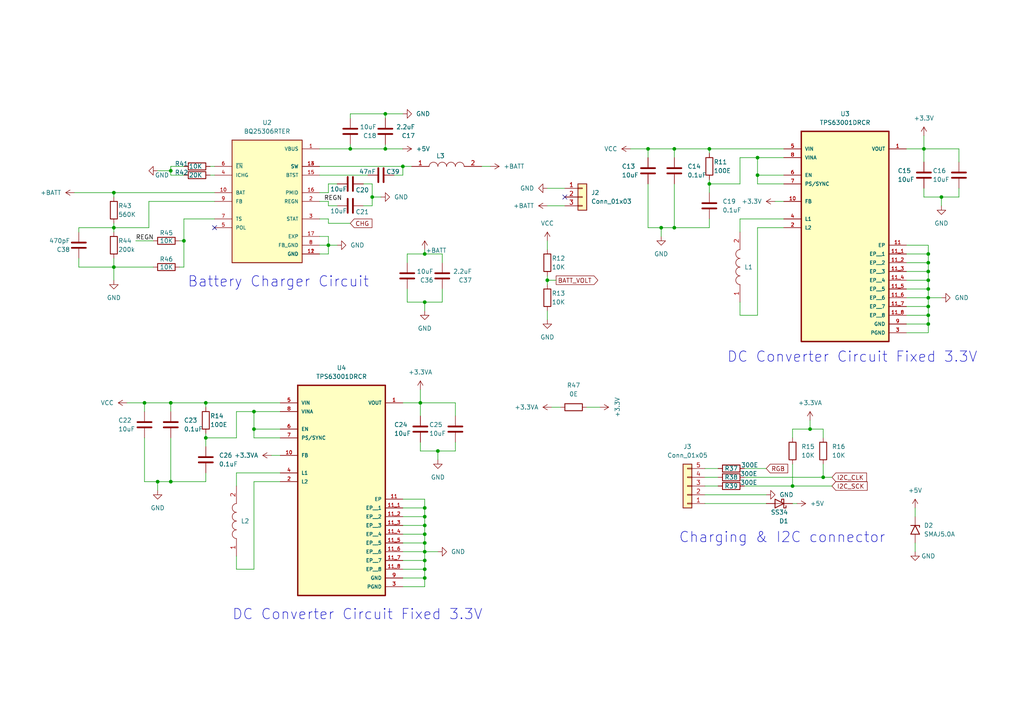
<source format=kicad_sch>
(kicad_sch (version 20250114) (generator "eeschema") (generator_version "9.0")
  (paper "A4")
  (lib_symbols
    (symbol "+5V_1" (power) (pin_numbers (hide yes)) (pin_names (offset 0) (hide yes))
      (property "Value" "+5V" (at 0 3.556 0))
      (symbol "+5V_1_0_1"
        (polyline (pts (xy -0.762 1.27) (xy 0 2.54)))
        (polyline (pts (xy 0 2.54) (xy 0.762 1.27)))
        (polyline (pts (xy 0 0) (xy 0 2.54)))
      )
      (symbol "+5V_1_1_1"
        (pin power_in line (at 0 0 90) (length 0) (name "~") (number "1"))
      )
    )
    (symbol "Connector_Generic:Conn_01x03" (pin_names (offset 1.016) (hide yes))
      (property "Reference" "J" (at 0 5.08 0))
      (property "Value" "Conn_01x03" (at 0 -5.08 0))
      (symbol "Conn_01x03_1_1"
        (rectangle (start -1.27 3.81) (end 1.27 -3.81) (stroke (width 0.254)) (fill (type background)))
        (rectangle (start -1.27 2.667) (end 0 2.413) (stroke (width 0.1524)))
        (rectangle (start -1.27 0.127) (end 0 -0.127) (stroke (width 0.1524)))
        (rectangle (start -1.27 -2.413) (end 0 -2.667) (stroke (width 0.1524)))
        (pin passive line (at -5.08 2.54 0) (length 3.81) (name "Pin_1") (number "1"))
        (pin passive line (at -5.08 0 0) (length 3.81) (name "Pin_2") (number "2"))
        (pin passive line (at -5.08 -2.54 0) (length 3.81) (name "Pin_3") (number "3"))
      )
    )
    (symbol "Connector_Generic:Conn_01x05" (pin_names (offset 1.016) (hide yes))
      (property "Reference" "J" (at 0 7.62 0))
      (property "Value" "Conn_01x05" (at 0 -7.62 0))
      (symbol "Conn_01x05_1_1"
        (rectangle (start -1.27 6.35) (end 1.27 -6.35) (stroke (width 0.254)) (fill (type background)))
        (rectangle (start -1.27 5.207) (end 0 4.953) (stroke (width 0.1524)))
        (rectangle (start -1.27 2.667) (end 0 2.413) (stroke (width 0.1524)))
        (rectangle (start -1.27 0.127) (end 0 -0.127) (stroke (width 0.1524)))
        (rectangle (start -1.27 -2.413) (end 0 -2.667) (stroke (width 0.1524)))
        (rectangle (start -1.27 -4.953) (end 0 -5.207) (stroke (width 0.1524)))
        (pin passive line (at -5.08 5.08 0) (length 3.81) (name "Pin_1") (number "1"))
        (pin passive line (at -5.08 2.54 0) (length 3.81) (name "Pin_2") (number "2"))
        (pin passive line (at -5.08 0 0) (length 3.81) (name "Pin_3") (number "3"))
        (pin passive line (at -5.08 -2.54 0) (length 3.81) (name "Pin_4") (number "4"))
        (pin passive line (at -5.08 -5.08 0) (length 3.81) (name "Pin_5") (number "5"))
      )
    )
    (symbol "Device:C" (pin_numbers (hide yes)) (pin_names (offset 0.254))
      (property "Reference" "C" (at 0.635 2.54 0))
      (property "Value" "C" (at 0.635 -2.54 0))
      (symbol "C_0_1"
        (polyline (pts (xy -2.032 0.762) (xy 2.032 0.762)) (stroke (width 0.508)))
        (polyline (pts (xy -2.032 -0.762) (xy 2.032 -0.762)) (stroke (width 0.508)))
      )
      (symbol "C_1_1"
        (pin passive line (at 0 3.81 270) (length 2.794) (name "~") (number "1"))
        (pin passive line (at 0 -3.81 90) (length 2.794) (name "~") (number "2"))
      )
    )
    (symbol "Device:D_Schottky" (pin_numbers (hide yes)) (pin_names (offset 1.016) (hide yes))
      (property "Reference" "D" (at 0 2.54 0))
      (property "Value" "D_Schottky" (at 0 -2.54 0))
      (symbol "D_Schottky_0_1"
        (polyline (pts (xy -1.905 0.635) (xy -1.905 1.27) (xy -1.27 1.27) (xy -1.27 -1.27) (xy -0.635 -1.27) (xy -0.635 -0.635)) (stroke (width 0.254)))
        (polyline (pts (xy 1.27 1.27) (xy 1.27 -1.27) (xy -1.27 0) (xy 1.27 1.27)) (stroke (width 0.254)))
        (polyline (pts (xy 1.27 0) (xy -1.27 0)))
      )
      (symbol "D_Schottky_1_1"
        (pin passive line (at -3.81 0 0) (length 2.54) (name "K") (number "1"))
        (pin passive line (at 3.81 0 180) (length 2.54) (name "A") (number "2"))
      )
    )
    (symbol "Device:R" (pin_numbers (hide yes)) (pin_names (offset 0))
      (property "Reference" "R" (at 2.032 0 90))
      (property "Value" "R" (at 0 0 90))
      (symbol "R_0_1"
        (rectangle (start -1.016 -2.54) (end 1.016 2.54) (stroke (width 0.254)))
      )
      (symbol "R_1_1"
        (pin passive line (at 0 3.81 270) (length 1.27) (name "~") (number "1"))
        (pin passive line (at 0 -3.81 90) (length 1.27) (name "~") (number "2"))
      )
    )
    (symbol "Diode:SMAJ5.0A" (pin_numbers (hide yes)) (pin_names (offset 1.016) (hide yes))
      (property "Reference" "D" (at 0 2.54 0))
      (property "Value" "SMAJ5.0A" (at 0 -2.54 0))
      (symbol "SMAJ5.0A_0_1"
        (polyline (pts (xy -0.762 1.27) (xy -1.27 1.27) (xy -1.27 -1.27)) (stroke (width 0.254)))
        (polyline (pts (xy 1.27 1.27) (xy 1.27 -1.27) (xy -1.27 0) (xy 1.27 1.27)) (stroke (width 0.254)))
      )
      (symbol "SMAJ5.0A_1_1"
        (pin passive line (at -3.81 0 0) (length 2.54) (name "A1") (number "1"))
        (pin passive line (at 3.81 0 180) (length 2.54) (name "A2") (number "2"))
      )
    )
    (symbol "Dotworld:BQ25306RTER" (pin_names (offset 1.016))
      (property "Reference" "U" (at -10.16 18.542 0))
      (property "Value" "BQ25306RTER" (at -10.16 -20.32 0))
      (symbol "BQ25306RTER_0_0"
        (rectangle (start -10.16 17.78) (end 10.16 -17.78) (stroke (width 0.254)) (fill (type background)))
        (pin input line (at -15.24 10.16 0) (length 5.08) (name "~{EN}") (number "6"))
        (pin input line (at -15.24 7.62 0) (length 5.08) (name "ICHG") (number "4"))
        (pin input line (at -15.24 2.54 0) (length 5.08) (name "BAT") (number "10"))
        (pin input line (at -15.24 0 0) (length 5.08) (name "FB") (number "9"))
        (pin input line (at -15.24 -5.08 0) (length 5.08) (name "TS") (number "7"))
        (pin input line (at -15.24 -7.62 0) (length 5.08) (name "POL") (number "5"))
        (pin power_in line (at 15.24 15.24 180) (length 5.08) (name "VBUS") (number "1"))
        (pin output line (at 15.24 10.16 180) (length 5.08) (name "SW") (number "13"))
        (pin output line (at 15.24 10.16 180) (length 5.08) (name "SW") (number "14"))
        (pin output line (at 15.24 7.62 180) (length 5.08) (name "BTST") (number "15"))
        (pin output line (at 15.24 2.54 180) (length 5.08) (name "PMID") (number "16"))
        (pin output line (at 15.24 0 180) (length 5.08) (name "REGN") (number "2"))
        (pin output line (at 15.24 -5.08 180) (length 5.08) (name "STAT") (number "3"))
        (pin power_in line (at 15.24 -10.16 180) (length 5.08) (name "EXP") (number "17"))
        (pin power_in line (at 15.24 -12.7 180) (length 5.08) (name "FB_GND") (number "8"))
        (pin power_in line (at 15.24 -15.24 180) (length 5.08) (name "GND") (number "11"))
        (pin power_in line (at 15.24 -15.24 180) (length 5.08) (name "GND") (number "12"))
      )
    )
    (symbol "Dotworld:TPS63000DRCR" (pin_names (offset 1.016))
      (property "Reference" "U" (at -12.6278 20.8063 0))
      (property "Value" "TPS63000DRCR" (at -12.8025 -43.1601 0))
      (symbol "TPS63000DRCR_0_0"
        (rectangle (start -12.7 -40.64) (end 12.7 20.32) (stroke (width 0.4064)) (fill (type background)))
        (pin input line (at -17.78 15.24 0) (length 5.08) (name "VIN") (number "5"))
        (pin input line (at -17.78 12.7 0) (length 5.08) (name "VINA") (number "8"))
        (pin input line (at -17.78 7.62 0) (length 5.08) (name "EN") (number "6"))
        (pin input line (at -17.78 5.08 0) (length 5.08) (name "PS/SYNC") (number "7"))
        (pin input line (at -17.78 0 0) (length 5.08) (name "FB") (number "10"))
        (pin input line (at -17.78 -5.08 0) (length 5.08) (name "L1") (number "4"))
        (pin input line (at -17.78 -7.62 0) (length 5.08) (name "L2") (number "2"))
        (pin output line (at 17.78 15.24 180) (length 5.08) (name "VOUT") (number "1"))
        (pin power_in line (at 17.78 -12.7 180) (length 5.08) (name "EP") (number "11"))
        (pin power_in line (at 17.78 -15.24 180) (length 5.08) (name "EP__1") (number "11_1"))
        (pin power_in line (at 17.78 -17.78 180) (length 5.08) (name "EP__2") (number "11_2"))
        (pin power_in line (at 17.78 -20.32 180) (length 5.08) (name "EP__3") (number "11_3"))
        (pin power_in line (at 17.78 -22.86 180) (length 5.08) (name "EP__4") (number "11_4"))
        (pin power_in line (at 17.78 -25.4 180) (length 5.08) (name "EP__5") (number "11_5"))
        (pin power_in line (at 17.78 -27.94 180) (length 5.08) (name "EP__6") (number "11_6"))
        (pin power_in line (at 17.78 -30.48 180) (length 5.08) (name "EP__7") (number "11_7"))
        (pin power_in line (at 17.78 -33.02 180) (length 5.08) (name "EP__8") (number "11_8"))
        (pin power_in line (at 17.78 -35.56 180) (length 5.08) (name "GND") (number "9"))
        (pin power_in line (at 17.78 -38.1 180) (length 5.08) (name "PGND") (number "3"))
      )
    )
    (symbol "GND_1" (power) (pin_numbers (hide yes)) (pin_names (offset 0) (hide yes))
      (property "Value" "GND" (at 0 -3.81 0))
      (symbol "GND_1_0_1"
        (polyline (pts (xy 0 0) (xy 0 -1.27) (xy 1.27 -1.27) (xy 0 -2.54) (xy -1.27 -1.27) (xy 0 -1.27)))
      )
      (symbol "GND_1_1_1"
        (pin power_in line (at 0 0 270) (length 0) (name "~") (number "1"))
      )
    )
    (symbol "Symbols:SRN8040-100M_INDUC" (pin_names (offset 0.762))
      (property "Reference" "L" (at 16.51 6.35 0))
      (symbol "SRN8040-100M_INDUC_0_0"
        (pin passive line (at -10.16 0 0) (length 5.08) (name "~") (number "1"))
        (pin passive line (at 10.16 0 180) (length 5.08) (name "~") (number "2"))
      )
      (symbol "SRN8040-100M_INDUC_0_1"
        (arc (start -5.08 0) (mid -3.81 1.2202) (end -2.54 0) (stroke (width 0.1524)))
        (arc (start -2.54 0) (mid -1.27 1.2202) (end 0 0) (stroke (width 0.1524)))
        (arc (start 0 0) (mid 1.27 1.2202) (end 2.54 0) (stroke (width 0.1524)))
        (arc (start 2.54 0) (mid 3.81 1.2202) (end 5.08 0) (stroke (width 0.1524)))
      )
    )
    (symbol "VCC_1" (power) (pin_names (offset 0))
      (property "Value" "VCC_1" (at 0 3.81 0))
      (symbol "VCC_1_0_1"
        (polyline (pts (xy -0.762 1.27) (xy 0 2.54)))
        (polyline (pts (xy 0 2.54) (xy 0.762 1.27)))
        (polyline (pts (xy 0 0) (xy 0 2.54)))
      )
      (symbol "VCC_1_1_1"
        (pin power_in line (at 0 0 90) (length 0) (hide yes) (name "VCC") (number "1"))
      )
    )
    (symbol "power:+3.3V" (power) (pin_names (offset 0))
      (property "Value" "+3.3V" (at 0 3.556 0))
      (symbol "+3.3V_0_1"
        (polyline (pts (xy -0.762 1.27) (xy 0 2.54)))
        (polyline (pts (xy 0 2.54) (xy 0.762 1.27)))
        (polyline (pts (xy 0 0) (xy 0 2.54)))
      )
      (symbol "+3.3V_1_1"
        (pin power_in line (at 0 0 90) (length 0) (hide yes) (name "+3.3V") (number "1"))
      )
    )
    (symbol "power:+3.3VA" (power) (pin_names (offset 0))
      (property "Value" "+3.3VA" (at 0 3.556 0))
      (symbol "+3.3VA_0_1"
        (polyline (pts (xy -0.762 1.27) (xy 0 2.54)))
        (polyline (pts (xy 0 2.54) (xy 0.762 1.27)))
        (polyline (pts (xy 0 0) (xy 0 2.54)))
      )
      (symbol "+3.3VA_1_1"
        (pin power_in line (at 0 0 90) (length 0) (hide yes) (name "+3.3VA") (number "1"))
      )
    )
    (symbol "power:+5V" (power) (pin_names (offset 0))
      (property "Value" "+5V" (at 0 3.556 0))
      (symbol "+5V_0_1"
        (polyline (pts (xy -0.762 1.27) (xy 0 2.54)))
        (polyline (pts (xy 0 2.54) (xy 0.762 1.27)))
        (polyline (pts (xy 0 0) (xy 0 2.54)))
      )
      (symbol "+5V_1_1"
        (pin power_in line (at 0 0 90) (length 0) (hide yes) (name "+5V") (number "1"))
      )
    )
    (symbol "power:+BATT" (power) (pin_names (offset 0))
      (property "Value" "+BATT" (at 0 3.556 0))
      (symbol "+BATT_0_1"
        (polyline (pts (xy -0.762 1.27) (xy 0 2.54)))
        (polyline (pts (xy 0 2.54) (xy 0.762 1.27)))
        (polyline (pts (xy 0 0) (xy 0 2.54)))
      )
      (symbol "+BATT_1_1"
        (pin power_in line (at 0 0 90) (length 0) (hide yes) (name "+BATT") (number "1"))
      )
    )
    (symbol "power:GND" (power) (pin_names (offset 0))
      (property "Value" "GND" (at 0 -3.81 0))
      (symbol "GND_0_1"
        (polyline (pts (xy 0 0) (xy 0 -1.27) (xy 1.27 -1.27) (xy 0 -2.54) (xy -1.27 -1.27) (xy 0 -1.27)))
      )
      (symbol "GND_1_1"
        (pin power_in line (at 0 0 270) (length 0) (hide yes) (name "GND") (number "1"))
      )
    )
    (symbol "power:VCC" (power) (pin_names (offset 0))
      (property "Value" "VCC" (at 0 3.81 0))
      (symbol "VCC_0_1"
        (polyline (pts (xy -0.762 1.27) (xy 0 2.54)))
        (polyline (pts (xy 0 2.54) (xy 0.762 1.27)))
        (polyline (pts (xy 0 0) (xy 0 2.54)))
      )
      (symbol "VCC_1_1"
        (pin power_in line (at 0 0 90) (length 0) (hide yes) (name "VCC") (number "1"))
      )
    )
  )
  (text "Charging & I2C connector\n" (at 196.85 157.734 0) (effects (font (size 3 3)) (justify left bottom)))
  (text "DC Converter Circuit Fixed 3.3V\n\n" (at 210.82 110.236 0) (effects (font (size 3 3)) (justify left bottom)))
  (text "DC Converter Circuit Fixed 3.3V\n\n" (at 67.31 184.912 0) (effects (font (size 3 3)) (justify left bottom)))
  (text "Battery Charger Circuit\n" (at 54.356 83.566 0) (effects (font (size 3 3)) (justify left bottom)))
  (junction (at 73.66 119.38))
  (junction (at 111.76 33.02))
  (junction (at 101.6 43.18))
  (junction (at 123.19 87.63))
  (junction (at 229.87 140.97))
  (junction (at 127 130.81))
  (junction (at 49.53 139.7))
  (junction (at 269.24 81.28))
  (junction (at 123.19 147.32))
  (junction (at 205.74 53.34))
  (junction (at 195.58 43.18))
  (junction (at 195.58 66.04))
  (junction (at 59.69 127))
  (junction (at 219.71 50.8))
  (junction (at 269.24 88.9))
  (junction (at 205.74 43.18))
  (junction (at 123.19 160.02))
  (junction (at 107.95 57.15))
  (junction (at 273.05 57.15))
  (junction (at 49.53 116.84))
  (junction (at 238.76 138.43))
  (junction (at 187.96 43.18))
  (junction (at 123.19 167.64))
  (junction (at 33.02 55.88))
  (junction (at 41.91 116.84))
  (junction (at 123.19 73.66))
  (junction (at 269.24 93.98))
  (junction (at 111.76 43.18))
  (junction (at 123.19 157.48))
  (junction (at 269.24 83.82))
  (junction (at 121.92 116.84))
  (junction (at 269.24 91.44))
  (junction (at 234.95 124.46))
  (junction (at 45.72 139.7))
  (junction (at 123.19 165.1))
  (junction (at 59.69 116.84))
  (junction (at 123.19 154.94))
  (junction (at 116.84 48.26))
  (junction (at 123.19 152.4))
  (junction (at 158.75 81.28))
  (junction (at 33.02 66.04))
  (junction (at 267.97 43.18))
  (junction (at 219.71 45.72))
  (junction (at 33.02 77.47))
  (junction (at 53.34 69.85))
  (junction (at 73.66 124.46))
  (junction (at 49.53 49.53))
  (junction (at 123.19 162.56))
  (junction (at 95.25 71.12))
  (junction (at 123.19 149.86))
  (junction (at 269.24 76.2))
  (junction (at 191.77 66.04))
  (junction (at 269.24 86.36))
  (junction (at 269.24 73.66))
  (junction (at 269.24 78.74))
  (no_connect (at 62.23 66.04))
  (no_connect (at 163.83 57.15))
  (wire (pts (xy 49.53 139.7) (xy 49.53 127)))
  (wire (pts (xy 269.24 71.12) (xy 269.24 73.66)))
  (wire (pts (xy 116.84 154.94) (xy 123.19 154.94)))
  (wire (pts (xy 123.19 162.56) (xy 123.19 165.1)))
  (wire (pts (xy 92.71 63.5) (xy 95.25 63.5)))
  (wire (pts (xy 21.59 55.88) (xy 33.02 55.88)))
  (wire (pts (xy 59.69 116.84) (xy 59.69 118.11)))
  (wire (pts (xy 53.34 63.5) (xy 53.34 69.85)))
  (wire (pts (xy 92.71 43.18) (xy 101.6 43.18)))
  (wire (pts (xy 269.24 88.9) (xy 269.24 91.44)))
  (wire (pts (xy 49.53 116.84) (xy 49.53 119.38)))
  (wire (pts (xy 43.18 66.04) (xy 43.18 58.42)))
  (wire (pts (xy 187.96 66.04) (xy 191.77 66.04)))
  (wire (pts (xy 101.6 41.91) (xy 101.6 43.18)))
  (wire (pts (xy 92.71 68.58) (xy 95.25 68.58)))
  (wire (pts (xy 214.63 63.5) (xy 227.33 63.5)))
  (wire (pts (xy 128.27 76.2) (xy 128.27 73.66)))
  (wire (pts (xy 262.89 81.28) (xy 269.24 81.28)))
  (wire (pts (xy 116.84 160.02) (xy 123.19 160.02)))
  (wire (pts (xy 33.02 64.77) (xy 33.02 66.04)))
  (wire (pts (xy 123.19 72.39) (xy 123.19 73.66)))
  (wire (pts (xy 205.74 43.18) (xy 227.33 43.18)))
  (wire (pts (xy 269.24 81.28) (xy 269.24 83.82)))
  (wire (pts (xy 158.75 54.61) (xy 163.83 54.61)))
  (wire (pts (xy 187.96 53.34) (xy 187.96 66.04)))
  (wire (pts (xy 262.89 43.18) (xy 267.97 43.18)))
  (wire (pts (xy 101.6 34.29) (xy 101.6 33.02)))
  (wire (pts (xy 128.27 73.66) (xy 123.19 73.66)))
  (wire (pts (xy 123.19 154.94) (xy 123.19 157.48)))
  (wire (pts (xy 160.02 118.11) (xy 162.56 118.11)))
  (wire (pts (xy 123.19 152.4) (xy 123.19 154.94)))
  (wire (pts (xy 123.19 160.02) (xy 123.19 162.56)))
  (wire (pts (xy 33.02 55.88) (xy 62.23 55.88)))
  (wire (pts (xy 73.66 124.46) (xy 73.66 127)))
  (wire (pts (xy 92.71 48.26) (xy 116.84 48.26)))
  (wire (pts (xy 262.89 73.66) (xy 269.24 73.66)))
  (wire (pts (xy 121.92 113.03) (xy 121.92 116.84)))
  (wire (pts (xy 123.19 167.64) (xy 123.19 170.18)))
  (wire (pts (xy 123.19 165.1) (xy 123.19 167.64)))
  (wire (pts (xy 267.97 54.61) (xy 267.97 57.15)))
  (wire (pts (xy 173.99 118.11) (xy 170.18 118.11)))
  (wire (pts (xy 269.24 93.98) (xy 269.24 96.52)))
  (wire (pts (xy 195.58 66.04) (xy 195.58 53.34)))
  (wire (pts (xy 238.76 134.62) (xy 238.76 138.43)))
  (wire (pts (xy 267.97 39.37) (xy 267.97 43.18)))
  (wire (pts (xy 273.05 57.15) (xy 273.05 59.69)))
  (wire (pts (xy 214.63 67.31) (xy 214.63 63.5)))
  (wire (pts (xy 116.84 149.86) (xy 123.19 149.86)))
  (wire (pts (xy 95.25 63.5) (xy 95.25 64.77)))
  (wire (pts (xy 158.75 81.28) (xy 161.29 81.28)))
  (wire (pts (xy 238.76 138.43) (xy 241.3 138.43)))
  (wire (pts (xy 111.76 43.18) (xy 111.76 41.91)))
  (wire (pts (xy 95.25 71.12) (xy 95.25 73.66)))
  (wire (pts (xy 49.53 116.84) (xy 59.69 116.84)))
  (wire (pts (xy 73.66 119.38) (xy 73.66 124.46)))
  (wire (pts (xy 33.02 66.04) (xy 43.18 66.04)))
  (wire (pts (xy 116.84 165.1) (xy 123.19 165.1)))
  (wire (pts (xy 95.25 58.42) (xy 95.25 59.69)))
  (wire (pts (xy 92.71 50.8) (xy 106.68 50.8)))
  (wire (pts (xy 132.08 116.84) (xy 132.08 120.65)))
  (wire (pts (xy 273.05 57.15) (xy 278.13 57.15)))
  (wire (pts (xy 204.47 135.89) (xy 208.28 135.89)))
  (wire (pts (xy 107.95 53.34) (xy 107.95 57.15)))
  (wire (pts (xy 219.71 53.34) (xy 227.33 53.34)))
  (wire (pts (xy 121.92 116.84) (xy 121.92 120.65)))
  (wire (pts (xy 68.58 119.38) (xy 73.66 119.38)))
  (wire (pts (xy 262.89 71.12) (xy 269.24 71.12)))
  (wire (pts (xy 191.77 68.58) (xy 191.77 66.04)))
  (wire (pts (xy 111.76 43.18) (xy 116.84 43.18)))
  (wire (pts (xy 111.76 33.02) (xy 116.84 33.02)))
  (wire (pts (xy 22.86 67.31) (xy 22.86 66.04)))
  (wire (pts (xy 195.58 43.18) (xy 195.58 45.72)))
  (wire (pts (xy 128.27 87.63) (xy 128.27 83.82)))
  (wire (pts (xy 68.58 127) (xy 68.58 119.38)))
  (wire (pts (xy 158.75 69.85) (xy 158.75 72.39)))
  (wire (pts (xy 116.84 152.4) (xy 123.19 152.4)))
  (wire (pts (xy 158.75 80.01) (xy 158.75 81.28)))
  (wire (pts (xy 262.89 93.98) (xy 269.24 93.98)))
  (wire (pts (xy 118.11 76.2) (xy 118.11 73.66)))
  (wire (pts (xy 205.74 53.34) (xy 205.74 55.88)))
  (wire (pts (xy 265.43 147.32) (xy 265.43 149.86)))
  (wire (pts (xy 214.63 53.34) (xy 214.63 45.72)))
  (wire (pts (xy 49.53 48.26) (xy 53.34 48.26)))
  (wire (pts (xy 41.91 127) (xy 41.91 139.7)))
  (wire (pts (xy 139.7 48.26) (xy 142.24 48.26)))
  (wire (pts (xy 214.63 91.44) (xy 214.63 87.63)))
  (wire (pts (xy 262.89 76.2) (xy 269.24 76.2)))
  (wire (pts (xy 73.66 127) (xy 81.28 127)))
  (wire (pts (xy 262.89 88.9) (xy 269.24 88.9)))
  (wire (pts (xy 22.86 66.04) (xy 33.02 66.04)))
  (wire (pts (xy 215.9 140.97) (xy 229.87 140.97)))
  (wire (pts (xy 59.69 125.73) (xy 59.69 127)))
  (wire (pts (xy 111.76 33.02) (xy 111.76 34.29)))
  (wire (pts (xy 36.83 116.84) (xy 41.91 116.84)))
  (wire (pts (xy 95.25 59.69) (xy 97.79 59.69)))
  (wire (pts (xy 158.75 59.69) (xy 163.83 59.69)))
  (wire (pts (xy 62.23 63.5) (xy 53.34 63.5)))
  (wire (pts (xy 187.96 45.72) (xy 187.96 43.18)))
  (wire (pts (xy 123.19 87.63) (xy 128.27 87.63)))
  (wire (pts (xy 45.72 139.7) (xy 49.53 139.7)))
  (wire (pts (xy 123.19 149.86) (xy 123.19 152.4)))
  (wire (pts (xy 269.24 91.44) (xy 269.24 93.98)))
  (wire (pts (xy 269.24 78.74) (xy 269.24 81.28)))
  (wire (pts (xy 73.66 165.1) (xy 68.58 165.1)))
  (wire (pts (xy 195.58 66.04) (xy 205.74 66.04)))
  (wire (pts (xy 41.91 119.38) (xy 41.91 116.84)))
  (wire (pts (xy 219.71 50.8) (xy 227.33 50.8)))
  (wire (pts (xy 118.11 73.66) (xy 123.19 73.66)))
  (wire (pts (xy 278.13 57.15) (xy 278.13 54.61)))
  (wire (pts (xy 127 130.81) (xy 132.08 130.81)))
  (wire (pts (xy 101.6 33.02) (xy 111.76 33.02)))
  (wire (pts (xy 73.66 124.46) (xy 81.28 124.46)))
  (wire (pts (xy 116.84 162.56) (xy 123.19 162.56)))
  (wire (pts (xy 219.71 45.72) (xy 227.33 45.72)))
  (wire (pts (xy 107.95 57.15) (xy 107.95 59.69)))
  (wire (pts (xy 92.71 73.66) (xy 95.25 73.66)))
  (wire (pts (xy 45.72 49.53) (xy 49.53 49.53)))
  (wire (pts (xy 231.14 146.05) (xy 229.87 146.05)))
  (wire (pts (xy 205.74 53.34) (xy 214.63 53.34)))
  (wire (pts (xy 116.84 48.26) (xy 119.38 48.26)))
  (wire (pts (xy 219.71 45.72) (xy 219.71 50.8)))
  (wire (pts (xy 44.45 69.85) (xy 39.37 69.85)))
  (wire (pts (xy 123.19 157.48) (xy 123.19 160.02)))
  (wire (pts (xy 53.34 69.85) (xy 53.34 77.47)))
  (wire (pts (xy 95.25 55.88) (xy 95.25 53.34)))
  (wire (pts (xy 95.25 68.58) (xy 95.25 71.12)))
  (wire (pts (xy 267.97 57.15) (xy 273.05 57.15)))
  (wire (pts (xy 158.75 92.71) (xy 158.75 90.17)))
  (wire (pts (xy 92.71 55.88) (xy 95.25 55.88)))
  (wire (pts (xy 41.91 139.7) (xy 45.72 139.7)))
  (wire (pts (xy 116.84 167.64) (xy 123.19 167.64)))
  (wire (pts (xy 262.89 83.82) (xy 269.24 83.82)))
  (wire (pts (xy 92.71 58.42) (xy 95.25 58.42)))
  (wire (pts (xy 187.96 43.18) (xy 195.58 43.18)))
  (wire (pts (xy 118.11 83.82) (xy 118.11 87.63)))
  (wire (pts (xy 22.86 77.47) (xy 22.86 74.93)))
  (wire (pts (xy 59.69 139.7) (xy 59.69 137.16)))
  (wire (pts (xy 123.19 160.02) (xy 127 160.02)))
  (wire (pts (xy 132.08 130.81) (xy 132.08 128.27)))
  (wire (pts (xy 33.02 55.88) (xy 33.02 57.15)))
  (wire (pts (xy 219.71 91.44) (xy 214.63 91.44)))
  (wire (pts (xy 262.89 96.52) (xy 269.24 96.52)))
  (wire (pts (xy 204.47 146.05) (xy 222.25 146.05)))
  (wire (pts (xy 127 130.81) (xy 127 133.35)))
  (wire (pts (xy 22.86 77.47) (xy 33.02 77.47)))
  (wire (pts (xy 116.84 50.8) (xy 116.84 48.26)))
  (wire (pts (xy 116.84 147.32) (xy 123.19 147.32)))
  (wire (pts (xy 33.02 74.93) (xy 33.02 77.47)))
  (wire (pts (xy 60.96 48.26) (xy 62.23 48.26)))
  (wire (pts (xy 262.89 91.44) (xy 269.24 91.44)))
  (wire (pts (xy 121.92 116.84) (xy 132.08 116.84)))
  (wire (pts (xy 78.74 132.08) (xy 81.28 132.08)))
  (wire (pts (xy 68.58 140.97) (xy 68.58 137.16)))
  (wire (pts (xy 73.66 119.38) (xy 81.28 119.38)))
  (wire (pts (xy 101.6 43.18) (xy 111.76 43.18)))
  (wire (pts (xy 97.79 71.12) (xy 95.25 71.12)))
  (wire (pts (xy 204.47 140.97) (xy 208.28 140.97)))
  (wire (pts (xy 81.28 139.7) (xy 73.66 139.7)))
  (wire (pts (xy 123.19 147.32) (xy 123.19 149.86)))
  (wire (pts (xy 43.18 58.42) (xy 62.23 58.42)))
  (wire (pts (xy 238.76 124.46) (xy 238.76 127)))
  (wire (pts (xy 224.79 58.42) (xy 227.33 58.42)))
  (wire (pts (xy 269.24 76.2) (xy 269.24 78.74)))
  (wire (pts (xy 107.95 59.69) (xy 105.41 59.69)))
  (wire (pts (xy 205.74 52.07) (xy 205.74 53.34)))
  (wire (pts (xy 110.49 57.15) (xy 107.95 57.15)))
  (wire (pts (xy 204.47 143.51) (xy 222.25 143.51)))
  (wire (pts (xy 123.19 144.78) (xy 123.19 147.32)))
  (wire (pts (xy 95.25 53.34) (xy 97.79 53.34)))
  (wire (pts (xy 215.9 135.89) (xy 222.25 135.89)))
  (wire (pts (xy 45.72 142.24) (xy 45.72 139.7)))
  (wire (pts (xy 114.3 50.8) (xy 116.84 50.8)))
  (wire (pts (xy 53.34 77.47) (xy 52.07 77.47)))
  (wire (pts (xy 121.92 128.27) (xy 121.92 130.81)))
  (wire (pts (xy 204.47 138.43) (xy 208.28 138.43)))
  (wire (pts (xy 262.89 78.74) (xy 269.24 78.74)))
  (wire (pts (xy 234.95 124.46) (xy 238.76 124.46)))
  (wire (pts (xy 49.53 50.8) (xy 53.34 50.8)))
  (wire (pts (xy 269.24 73.66) (xy 269.24 76.2)))
  (wire (pts (xy 59.69 127) (xy 59.69 129.54)))
  (wire (pts (xy 68.58 137.16) (xy 81.28 137.16)))
  (wire (pts (xy 49.53 49.53) (xy 49.53 48.26)))
  (wire (pts (xy 269.24 86.36) (xy 269.24 88.9)))
  (wire (pts (xy 59.69 127) (xy 68.58 127)))
  (wire (pts (xy 123.19 90.17) (xy 123.19 87.63)))
  (wire (pts (xy 219.71 66.04) (xy 219.71 91.44)))
  (wire (pts (xy 229.87 127) (xy 229.87 124.46)))
  (wire (pts (xy 60.96 50.8) (xy 62.23 50.8)))
  (wire (pts (xy 205.74 43.18) (xy 205.74 44.45)))
  (wire (pts (xy 33.02 81.28) (xy 33.02 77.47)))
  (wire (pts (xy 234.95 121.92) (xy 234.95 124.46)))
  (wire (pts (xy 262.89 86.36) (xy 269.24 86.36)))
  (wire (pts (xy 214.63 45.72) (xy 219.71 45.72)))
  (wire (pts (xy 41.91 116.84) (xy 49.53 116.84)))
  (wire (pts (xy 219.71 50.8) (xy 219.71 53.34)))
  (wire (pts (xy 59.69 116.84) (xy 81.28 116.84)))
  (wire (pts (xy 49.53 139.7) (xy 59.69 139.7)))
  (wire (pts (xy 92.71 71.12) (xy 95.25 71.12)))
  (wire (pts (xy 278.13 43.18) (xy 278.13 46.99)))
  (wire (pts (xy 241.3 140.97) (xy 229.87 140.97)))
  (wire (pts (xy 116.84 157.48) (xy 123.19 157.48)))
  (wire (pts (xy 229.87 124.46) (xy 234.95 124.46)))
  (wire (pts (xy 158.75 81.28) (xy 158.75 82.55)))
  (wire (pts (xy 107.95 53.34) (xy 105.41 53.34)))
  (wire (pts (xy 116.84 144.78) (xy 123.19 144.78)))
  (wire (pts (xy 95.25 64.77) (xy 101.6 64.77)))
  (wire (pts (xy 33.02 66.04) (xy 33.02 67.31)))
  (wire (pts (xy 116.84 116.84) (xy 121.92 116.84)))
  (wire (pts (xy 191.77 66.04) (xy 195.58 66.04)))
  (wire (pts (xy 73.66 139.7) (xy 73.66 165.1)))
  (wire (pts (xy 265.43 157.48) (xy 265.43 160.02)))
  (wire (pts (xy 229.87 134.62) (xy 229.87 140.97)))
  (wire (pts (xy 267.97 43.18) (xy 267.97 46.99)))
  (wire (pts (xy 215.9 138.43) (xy 238.76 138.43)))
  (wire (pts (xy 33.02 77.47) (xy 44.45 77.47)))
  (wire (pts (xy 182.88 43.18) (xy 187.96 43.18)))
  (wire (pts (xy 118.11 87.63) (xy 123.19 87.63)))
  (wire (pts (xy 269.24 86.36) (xy 273.05 86.36)))
  (wire (pts (xy 269.24 83.82) (xy 269.24 86.36)))
  (wire (pts (xy 205.74 66.04) (xy 205.74 63.5)))
  (wire (pts (xy 49.53 49.53) (xy 49.53 50.8)))
  (wire (pts (xy 195.58 43.18) (xy 205.74 43.18)))
  (wire (pts (xy 121.92 130.81) (xy 127 130.81)))
  (wire (pts (xy 68.58 165.1) (xy 68.58 161.29)))
  (wire (pts (xy 116.84 170.18) (xy 123.19 170.18)))
  (wire (pts (xy 52.07 69.85) (xy 53.34 69.85)))
  (wire (pts (xy 227.33 66.04) (xy 219.71 66.04)))
  (wire (pts (xy 267.97 43.18) (xy 278.13 43.18)))
  (label "REGN" (at 39.37 69.85 0))
  (label "REGN" (at 93.98 58.42 0))
  (global_label "I2C_SCK" (shape input) (at 241.3 140.97 0) (property "Intersheetrefs" "${INTERSHEET_REFS}" (effects (hide yes))))
  (global_label "I2C_CLK" (shape input) (at 241.3 138.43 0) (property "Intersheetrefs" "${INTERSHEET_REFS}" (effects (hide yes))))
  (global_label "CHG" (shape input) (at 101.6 64.77 0) (property "Intersheetrefs" "${INTERSHEET_REFS}" (effects (hide yes))))
  (global_label "RGB" (shape input) (at 222.25 135.89 0) (property "Intersheetrefs" "${INTERSHEET_REFS}" (effects (hide yes))))
  (global_label "BATT_VOLT" (shape output) (at 161.29 81.28 0) (property "Intersheetrefs" "${INTERSHEET_REFS}" (effects (hide yes))))
  (symbol (lib_id "Device:C") (at 187.96 49.53 0) (unit 1)
    (property "Reference" "C13" (at 180.34 48.26 0) (effects (justify left)))
    (property "Value" "10uF" (at 180.34 50.8 0) (effects (justify left)))
    (property "Footprint" "Capacitor_SMD:C_0603_1608Metric" (effects (hide yes)))
  )
  (symbol (lib_id "power:GND") (at 158.75 92.71 0) (unit 1)
    (property "Reference" "#PWR024" (effects (hide yes)))
    (property "Value" "GND" (at 158.75 97.79 0))
  )
  (symbol (lib_id "Dotworld:TPS63000DRCR") (at 245.11 58.42 0) (unit 1)
    (property "Reference" "U3" (at 245.11 33.02 0))
    (property "Value" "TPS63001DRCR" (at 245.11 35.56 0))
    (property "Footprint" "Dotworld:TPS63000DRCR" (effects (hide yes)))
    (property "PARTREV" "OCT 2015" (effects (hide yes)))
    (property "STANDARD" "Manufacturer Recommendation" (effects (hide yes)))
    (property "MANUFACTURER" "Texas Instruments" (effects (hide yes)))
  )
  (symbol (lib_id "power:GND") (at 222.25 143.51 90) (unit 1)
    (property "Reference" "#PWR031" (effects (hide yes)))
    (property "Value" "GND" (at 226.06 143.51 90) (effects (justify right)))
  )
  (symbol (lib_id "power:+5V") (at 231.14 146.05 270) (unit 1)
    (property "Reference" "#PWR032" (effects (hide yes)))
    (property "Value" "+5V" (at 234.95 146.05 90) (effects (justify left)))
  )
  (symbol (lib_id "Device:C") (at 111.76 38.1 180) (unit 1)
    (property "Reference" "C17" (at 120.396 39.37 0) (effects (justify left)))
    (property "Value" "2.2uF" (at 120.396 36.83 0) (effects (justify left)))
    (property "Footprint" "Capacitor_SMD:C_0603_1608Metric" (effects (hide yes)))
  )
  (symbol (lib_id "Device:C") (at 267.97 50.8 0) (unit 1)
    (property "Reference" "C15" (at 260.35 49.53 0) (effects (justify left)))
    (property "Value" "10uF" (at 260.35 52.07 0) (effects (justify left)))
    (property "Footprint" "Capacitor_SMD:C_0603_1608Metric" (effects (hide yes)))
  )
  (symbol (lib_id "Device:R") (at 229.87 130.81 0) (unit 1)
    (property "Reference" "R15" (at 232.41 129.54 0) (effects (justify left)))
    (property "Value" "10K" (at 232.41 132.08 0) (effects (justify left)))
    (property "Footprint" "Resistor_SMD:R_0402_1005Metric" (effects (hide yes)))
  )
  (symbol (lib_id "Diode:SMAJ5.0A") (at 265.43 153.67 270) (unit 1)
    (property "Reference" "D2" (at 267.97 152.4 90) (effects (justify left)))
    (property "Value" "SMAJ5.0A" (at 267.97 154.94 90) (effects (justify left)))
    (property "Footprint" "Diode_SMD:D_SMA" (effects (hide yes)))
    (property "Datasheet" "https://www.littelfuse.com/media?resourcetype=datasheets&itemid=75e32973-b177-4ee3-a0ff-cedaf1abdb93&filename=smaj-datasheet" (effects (hide yes)))
  )
  (symbol (lib_id "power:GND") (at 158.75 54.61 270) (unit 1)
    (property "Reference" "#PWR015" (effects (hide yes)))
    (property "Value" "GND" (at 154.94 54.61 90) (effects (justify right)))
  )
  (symbol (lib_id "power:+BATT") (at 123.19 72.39 0) (unit 1)
    (property "Reference" "#PWR062" (effects (hide yes)))
    (property "Value" "+BATT" (at 126.492 72.644 0))
  )
  (symbol (lib_id "Device:R") (at 212.09 135.89 90) (unit 1)
    (property "Reference" "R37" (at 212.09 135.89 90))
    (property "Value" "300E" (at 217.424 134.874 90))
    (property "Footprint" "Resistor_SMD:R_0402_1005Metric" (effects (hide yes)))
  )
  (symbol (lib_id "power:GND") (at 265.43 160.02 0) (unit 1)
    (property "Reference" "#PWR035" (effects (hide yes)))
    (property "Value" "GND" (at 269.24 161.29 0))
  )
  (symbol (lib_id "Device:R") (at 33.02 60.96 0) (unit 1)
    (property "Reference" "R43" (at 34.29 59.69 0) (effects (justify left)))
    (property "Value" "560K" (at 34.29 62.23 0) (effects (justify left)))
    (property "Footprint" "Resistor_SMD:R_0402_1005Metric" (effects (hide yes)))
  )
  (symbol (lib_id "Dotworld:BQ25306RTER") (at 77.47 58.42 0) (unit 1)
    (property "Reference" "U2" (at 77.47 35.56 0))
    (property "Value" "BQ25306RTER" (at 77.47 38.1 0))
    (property "Footprint" "Dotworld:IC_BQ25306RTER" (effects (hide yes)))
    (property "DigiKey_Part_Number" "296-BQ25306RTERTR-ND" (effects (hide yes)))
    (property "SnapEDA_Link" "https://www.snapeda.com/parts/BQ25306RTER/Texas+Instruments/view-part/?ref=snap" (effects (hide yes)))
    (property "MAXIMUM_PACKAGE_HEIGHT" "0.8mm" (effects (hide yes)))
    (property "Package" "WFQFN-16 Texas Instruments" (effects (hide yes)))
    (property "Check_prices" "https://www.snapeda.com/parts/BQ25306RTER/Texas+Instruments/view-part/?ref=eda" (effects (hide yes)))
    (property "STANDARD" "Manufacturer Recommendations" (effects (hide yes)))
    (property "PARTREV" "A" (effects (hide yes)))
    (property "MF" "Texas Instruments" (effects (hide yes)))
    (property "MP" "BQ25306RTER" (effects (hide yes)))
    (property "Description_1" "Standalone 17-V, 3A 1-2 cell buck battery charger" (effects (hide yes)))
    (property "MANUFACTURER" "Texas Instruments" (effects (hide yes)))
  )
  (symbol (lib_id "Device:R") (at 158.75 86.36 0) (unit 1)
    (property "Reference" "R13" (at 160.02 85.09 0) (effects (justify left)))
    (property "Value" "10K" (at 160.02 87.63 0) (effects (justify left)))
    (property "Footprint" "Resistor_SMD:R_0402_1005Metric" (effects (hide yes)))
  )
  (symbol (lib_id "power:GND") (at 123.19 90.17 0) (unit 1)
    (property "Reference" "#PWR063" (effects (hide yes)))
    (property "Value" "GND" (at 123.19 95.25 0))
  )
  (symbol (lib_id "Device:R") (at 238.76 130.81 180) (unit 1)
    (property "Reference" "R16" (at 241.3 129.54 0) (effects (justify right)))
    (property "Value" "10K" (at 241.3 132.08 0) (effects (justify right)))
    (property "Footprint" "Resistor_SMD:R_0402_1005Metric" (effects (hide yes)))
  )
  (symbol (lib_id "Device:C") (at 132.08 124.46 0) (unit 1)
    (property "Reference" "C25" (at 124.46 123.19 0) (effects (justify left)))
    (property "Value" "10uF" (at 124.46 125.73 0) (effects (justify left)))
    (property "Footprint" "Capacitor_SMD:C_0603_1608Metric" (effects (hide yes)))
  )
  (symbol (lib_id "Device:R") (at 212.09 140.97 90) (unit 1)
    (property "Reference" "R39" (at 212.09 140.97 90))
    (property "Value" "300E" (at 217.17 139.954 90))
    (property "Footprint" "Resistor_SMD:R_0402_1005Metric" (effects (hide yes)))
  )
  (symbol (lib_id "Device:R") (at 57.15 50.8 90) (unit 1)
    (property "Reference" "R42" (at 54.61 50.038 90) (effects (justify left)))
    (property "Value" "20K" (at 58.674 50.8 90) (effects (justify left)))
    (property "Footprint" "Resistor_SMD:R_0402_1005Metric" (effects (hide yes)))
  )
  (symbol (lib_id "power:GND") (at 273.05 86.36 90) (unit 1)
    (property "Reference" "#PWR023" (effects (hide yes)))
    (property "Value" "GND" (at 276.86 86.36 90) (effects (justify right)))
  )
  (symbol (lib_id "Device:R") (at 205.74 48.26 0) (unit 1)
    (property "Reference" "R11" (at 207.01 46.99 0) (effects (justify left)))
    (property "Value" "100E" (at 207.01 49.53 0) (effects (justify left)))
    (property "Footprint" "Resistor_SMD:R_0402_1005Metric" (effects (hide yes)))
  )
  (symbol (lib_id "power:+3.3V") (at 173.99 118.11 270) (unit 1)
    (property "Reference" "#PWR013" (effects (hide yes)))
    (property "Value" "+3.3V" (at 179.07 118.11 0))
  )
  (symbol (lib_id "power:GND") (at 97.79 71.12 90) (unit 1)
    (property "Reference" "#PWR060" (effects (hide yes)))
    (property "Value" "GND" (at 101.6 71.1199 90) (effects (justify right)))
  )
  (symbol (lib_id "Device:C") (at 101.6 38.1 180) (unit 1)
    (property "Reference" "C18" (at 109.22 39.37 0) (effects (justify left)))
    (property "Value" "10uF" (at 109.22 36.83 0) (effects (justify left)))
    (property "Footprint" "Capacitor_SMD:C_0603_1608Metric" (effects (hide yes)))
  )
  (symbol (lib_id "Symbols:SRN8040-100M_INDUC") (at 129.54 48.26 0) (unit 1)
    (property "Reference" "L3" (at 127.762 45.212 0))
    (property "Value" "2.2uH" (effects (hide yes)))
    (property "Footprint" "Inductor_SMD:L_Abracon_ASPI-0630LR" (effects (hide yes)))
  )
  (symbol (lib_id "Device:C") (at 59.69 133.35 0) (unit 1)
    (property "Reference" "C26" (at 63.5 132.08 0) (effects (justify left)))
    (property "Value" "0.1uF" (at 63.5 134.62 0) (effects (justify left)))
    (property "Footprint" "Capacitor_SMD:C_0402_1005Metric" (effects (hide yes)))
  )
  (symbol (lib_id "Device:C") (at 128.27 80.01 180) (unit 1)
    (property "Reference" "C37" (at 136.906 81.28 0) (effects (justify left)))
    (property "Value" "2.2uF" (at 136.906 78.74 0) (effects (justify left)))
    (property "Footprint" "Capacitor_SMD:C_0603_1608Metric" (effects (hide yes)))
  )
  (symbol (lib_id "Connector_Generic:Conn_01x03") (at 168.91 57.15 0) (unit 1)
    (property "Reference" "J2" (at 171.45 55.88 0) (effects (justify left)))
    (property "Value" "Conn_01x03" (at 171.45 58.42 0) (effects (justify left)))
    (property "Footprint" "Dotworld:jst 1.25 3 pole" (effects (hide yes)))
  )
  (symbol (lib_id "Symbols:SRN8040-100M_INDUC") (at 68.58 151.13 90) (unit 1)
    (property "Reference" "L2" (at 69.85 151.13 90) (effects (justify right)))
    (property "Value" "2.2uH" (effects (hide yes)))
    (property "Footprint" "Footprints:IND_IHLP-2525CZ-01_VIS-M" (effects (hide yes)))
  )
  (symbol (lib_id "Device:C") (at 195.58 49.53 0) (unit 1)
    (property "Reference" "C14" (at 199.39 48.26 0) (effects (justify left)))
    (property "Value" "0.1uF" (at 199.39 50.8 0) (effects (justify left)))
    (property "Footprint" "Capacitor_SMD:C_0603_1608Metric" (effects (hide yes)))
  )
  (symbol (lib_id "Device:R") (at 212.09 138.43 90) (unit 1)
    (property "Reference" "R38" (at 212.09 138.43 90))
    (property "Value" "300E" (at 217.17 137.414 90))
    (property "Footprint" "Resistor_SMD:R_0402_1005Metric" (effects (hide yes)))
  )
  (symbol (lib_id "Symbols:SRN8040-100M_INDUC") (at 214.63 77.47 90) (unit 1)
    (property "Reference" "L1" (at 215.9 77.47 90) (effects (justify right)))
    (property "Value" "SRN8040-100M_INDUC" (effects (hide yes)))
    (property "Footprint" "Footprints:IND_IHLP-2525CZ-01_VIS-M" (effects (hide yes)))
  )
  (symbol (lib_id "Device:R") (at 59.69 121.92 0) (unit 1)
    (property "Reference" "R14" (at 60.96 120.65 0) (effects (justify left)))
    (property "Value" "100E" (at 60.96 123.19 0) (effects (justify left)))
    (property "Footprint" "Resistor_SMD:R_0402_1005Metric" (effects (hide yes)))
  )
  (symbol (lib_id "Device:R") (at 48.26 69.85 270) (unit 1)
    (property "Reference" "R45" (at 48.26 67.564 90))
    (property "Value" "10K" (at 48.26 69.85 90))
    (property "Footprint" "Resistor_SMD:R_0402_1005Metric" (effects (hide yes)))
  )
  (symbol (lib_id "power:+BATT") (at 21.59 55.88 90) (unit 1)
    (property "Reference" "#PWR064" (effects (hide yes)))
    (property "Value" "+BATT" (at 17.78 55.8799 90) (effects (justify left)))
  )
  (symbol (lib_id "power:+3.3VA") (at 234.95 121.92 0) (unit 1)
    (property "Reference" "#PWR027" (effects (hide yes)))
    (property "Value" "+3.3VA" (at 234.95 116.84 0))
  )
  (symbol (lib_id "Device:C") (at 22.86 71.12 180) (unit 1)
    (property "Reference" "C38" (at 20.32 72.39 0) (effects (justify left)))
    (property "Value" "470pF" (at 20.32 69.85 0) (effects (justify left)))
    (property "Footprint" "Capacitor_SMD:C_0603_1608Metric" (effects (hide yes)))
  )
  (symbol (lib_id "power:GND") (at 127 133.35 0) (unit 1)
    (property "Reference" "#PWR029" (effects (hide yes)))
    (property "Value" "GND" (at 127 138.43 0))
  )
  (symbol (lib_id "power:GND") (at 273.05 59.69 0) (unit 1)
    (property "Reference" "#PWR018" (effects (hide yes)))
    (property "Value" "GND" (at 273.05 64.77 0))
  )
  (symbol (lib_id "Device:R") (at 33.02 71.12 0) (unit 1)
    (property "Reference" "R44" (at 34.29 69.85 0) (effects (justify left)))
    (property "Value" "200k" (at 34.29 72.39 0) (effects (justify left)))
    (property "Footprint" "Resistor_SMD:R_0402_1005Metric" (effects (hide yes)))
  )
  (symbol (lib_id "Device:C") (at 110.49 50.8 270) (unit 1)
    (property "Reference" "C39" (at 112.014 49.784 90) (effects (justify left)))
    (property "Value" "47nF" (at 104.14 49.784 90) (effects (justify left)))
    (property "Footprint" "Capacitor_SMD:C_0603_1608Metric" (effects (hide yes)))
  )
  (symbol (lib_id "power:+3.3V") (at 224.79 58.42 90) (unit 1)
    (property "Reference" "#PWR016" (effects (hide yes)))
    (property "Value" "+3.3V" (at 220.98 58.42 90) (effects (justify left)))
  )
  (symbol (lib_name "+5V_1") (lib_id "power:+5V") (at 116.84 43.18 270) (unit 1)
    (property "Reference" "#PWR09" (effects (hide yes)))
    (property "Value" "+5V" (at 120.65 43.1799 90) (effects (justify left)))
    (property "Description" "Power symbol creates a global label with name \"+5V\"" (effects (hide yes)))
  )
  (symbol (lib_id "power:+5V") (at 265.43 147.32 0) (unit 1)
    (property "Reference" "#PWR033" (effects (hide yes)))
    (property "Value" "+5V" (at 265.43 142.24 0))
  )
  (symbol (lib_id "Device:C") (at 205.74 59.69 0) (unit 1)
    (property "Reference" "C19" (at 209.55 58.42 0) (effects (justify left)))
    (property "Value" "0.1uF" (at 209.55 60.96 0) (effects (justify left)))
    (property "Footprint" "Capacitor_SMD:C_0402_1005Metric" (effects (hide yes)))
  )
  (symbol (lib_id "power:+3.3V") (at 267.97 39.37 0) (unit 1)
    (property "Reference" "#PWR011" (effects (hide yes)))
    (property "Value" "+3.3V" (at 267.97 34.29 0))
  )
  (symbol (lib_id "Device:C") (at 278.13 50.8 0) (unit 1)
    (property "Reference" "C16" (at 270.51 49.53 0) (effects (justify left)))
    (property "Value" "10uF" (at 270.51 52.07 0) (effects (justify left)))
    (property "Footprint" "Capacitor_SMD:C_0603_1608Metric" (effects (hide yes)))
  )
  (symbol (lib_id "Device:R") (at 48.26 77.47 270) (unit 1)
    (property "Reference" "R46" (at 48.26 75.184 90))
    (property "Value" "10K" (at 48.26 77.47 90))
    (property "Footprint" "Resistor_SMD:R_0402_1005Metric" (effects (hide yes)))
  )
  (symbol (lib_id "power:GND") (at 127 160.02 90) (unit 1)
    (property "Reference" "#PWR034" (effects (hide yes)))
    (property "Value" "GND" (at 130.81 160.02 90) (effects (justify right)))
  )
  (symbol (lib_id "power:GND") (at 191.77 68.58 0) (unit 1)
    (property "Reference" "#PWR021" (effects (hide yes)))
    (property "Value" "GND" (at 191.77 73.66 0))
  )
  (symbol (lib_id "Device:C") (at 41.91 123.19 0) (unit 1)
    (property "Reference" "C22" (at 34.29 121.92 0) (effects (justify left)))
    (property "Value" "10uF" (at 34.29 124.46 0) (effects (justify left)))
    (property "Footprint" "Capacitor_SMD:C_0603_1608Metric" (effects (hide yes)))
  )
  (symbol (lib_name "GND_1") (lib_id "power:GND") (at 45.72 49.53 270) (unit 1)
    (property "Reference" "#PWR010" (effects (hide yes)))
    (property "Value" "GND" (at 49.022 50.8 90) (effects (justify right)))
    (property "Description" "Power symbol creates a global label with name \"GND\" , ground" (effects (hide yes)))
  )
  (symbol (lib_id "power:+3.3VA") (at 121.92 113.03 0) (unit 1)
    (property "Reference" "#PWR025" (effects (hide yes)))
    (property "Value" "+3.3VA" (at 121.92 107.95 0))
  )
  (symbol (lib_id "Dotworld:TPS63000DRCR") (at 99.06 132.08 0) (unit 1)
    (property "Reference" "U4" (at 99.06 106.68 0))
    (property "Value" "TPS63001DRCR" (at 99.06 109.22 0))
    (property "Footprint" "Dotworld:TPS63000DRCR" (effects (hide yes)))
    (property "PARTREV" "OCT 2015" (effects (hide yes)))
    (property "STANDARD" "Manufacturer Recommendation" (effects (hide yes)))
    (property "MANUFACTURER" "Texas Instruments" (effects (hide yes)))
  )
  (symbol (lib_id "Connector_Generic:Conn_01x05") (at 199.39 140.97 180) (unit 1)
    (property "Reference" "J3" (at 199.39 129.54 0))
    (property "Value" "Conn_01x05" (at 199.39 132.08 0))
    (property "Footprint" "Dotworld:JST-5P_1.25mm" (effects (hide yes)))
  )
  (symbol (lib_id "power:VCC") (at 36.83 116.84 90) (unit 1)
    (property "Reference" "#PWR026" (effects (hide yes)))
    (property "Value" "VCC" (at 33.02 116.84 90) (effects (justify left)))
  )
  (symbol (lib_id "power:GND") (at 116.84 33.02 90) (unit 1)
    (property "Reference" "#PWR019" (effects (hide yes)))
    (property "Value" "GND" (at 120.65 33.0199 90) (effects (justify right)))
  )
  (symbol (lib_id "Device:D_Schottky") (at 226.06 146.05 180) (unit 1)
    (property "Reference" "D1" (at 227.33 151.13 0))
    (property "Value" "SS34" (at 226.06 148.59 0))
    (property "Footprint" "Diode_SMD:D_SMA" (effects (hide yes)))
    (property "Populate" "Yes" (effects (hide yes)))
  )
  (symbol (lib_id "power:VCC") (at 182.88 43.18 90) (unit 1)
    (property "Reference" "#PWR012" (effects (hide yes)))
    (property "Value" "VCC" (at 179.07 43.18 90) (effects (justify left)))
  )
  (symbol (lib_id "Device:C") (at 49.53 123.19 0) (unit 1)
    (property "Reference" "C23" (at 53.34 121.92 0) (effects (justify left)))
    (property "Value" "0.1uF" (at 53.34 124.46 0) (effects (justify left)))
    (property "Footprint" "Capacitor_SMD:C_0603_1608Metric" (effects (hide yes)))
  )
  (symbol (lib_id "Device:R") (at 57.15 48.26 90) (unit 1)
    (property "Reference" "R41" (at 54.61 47.498 90) (effects (justify left)))
    (property "Value" "10K" (at 58.674 48.26 90) (effects (justify left)))
    (property "Footprint" "Resistor_SMD:R_0402_1005Metric" (effects (hide yes)))
  )
  (symbol (lib_id "power:+BATT") (at 158.75 59.69 90) (unit 1)
    (property "Reference" "#PWR017" (effects (hide yes)))
    (property "Value" "+BATT" (at 154.94 59.69 90) (effects (justify left)))
  )
  (symbol (lib_id "Device:C") (at 101.6 53.34 270) (unit 1)
    (property "Reference" "C20" (at 103.124 55.118 90) (effects (justify left)))
    (property "Value" "10uF" (at 95.758 54.864 90) (effects (justify left)))
    (property "Footprint" "Capacitor_SMD:C_0603_1608Metric" (effects (hide yes)))
  )
  (symbol (lib_id "power:GND") (at 45.72 142.24 0) (unit 1)
    (property "Reference" "#PWR030" (effects (hide yes)))
    (property "Value" "GND" (at 45.72 147.32 0))
  )
  (symbol (lib_id "power:GND") (at 33.02 81.28 0) (unit 1)
    (property "Reference" "#PWR065" (effects (hide yes)))
    (property "Value" "GND" (at 33.02 86.36 0))
  )
  (symbol (lib_id "Device:C") (at 101.6 59.69 270) (unit 1)
    (property "Reference" "C21" (at 103.124 61.468 90) (effects (justify left)))
    (property "Value" "10uF" (at 95.758 61.214 90) (effects (justify left)))
    (property "Footprint" "Capacitor_SMD:C_0603_1608Metric" (effects (hide yes)))
  )
  (symbol (lib_id "Device:R") (at 166.37 118.11 90) (unit 1)
    (property "Reference" "R47" (at 166.37 111.76 90))
    (property "Value" "0E" (at 166.37 114.3 90))
    (property "Footprint" "Resistor_SMD:R_0402_1005Metric" (effects (hide yes)))
  )
  (symbol (lib_id "power:+3.3VA") (at 160.02 118.11 90) (unit 1)
    (property "Reference" "#PWR066" (effects (hide yes)))
    (property "Value" "+3.3VA" (at 156.21 118.1099 90) (effects (justify left)))
  )
  (symbol (lib_name "VCC_1") (lib_id "power:VCC") (at 158.75 69.85 0) (unit 1)
    (property "Reference" "#PWR022" (effects (hide yes)))
    (property "Value" "VCC" (at 158.75 64.77 0))
  )
  (symbol (lib_id "power:+BATT") (at 142.24 48.26 270) (unit 1)
    (property "Reference" "#PWR061" (effects (hide yes)))
    (property "Value" "+BATT" (at 146.05 48.2599 90) (effects (justify left)))
  )
  (symbol (lib_id "Device:R") (at 158.75 76.2 0) (unit 1)
    (property "Reference" "R12" (at 160.02 74.93 0) (effects (justify left)))
    (property "Value" "10K" (at 160.02 77.47 0) (effects (justify left)))
    (property "Footprint" "Resistor_SMD:R_0402_1005Metric" (effects (hide yes)))
  )
  (symbol (lib_id "power:GND") (at 110.49 57.15 90) (unit 1)
    (property "Reference" "#PWR020" (effects (hide yes)))
    (property "Value" "GND" (at 114.3 57.1499 90) (effects (justify right)))
  )
  (symbol (lib_id "power:+3.3VA") (at 78.74 132.08 90) (unit 1)
    (property "Reference" "#PWR028" (effects (hide yes)))
    (property "Value" "+3.3VA" (at 74.93 132.08 90) (effects (justify left)))
  )
  (symbol (lib_id "Device:C") (at 118.11 80.01 180) (unit 1)
    (property "Reference" "C36" (at 125.73 81.28 0) (effects (justify left)))
    (property "Value" "10uF" (at 125.73 78.74 0) (effects (justify left)))
    (property "Footprint" "Capacitor_SMD:C_0603_1608Metric" (effects (hide yes)))
  )
  (symbol (lib_id "Device:C") (at 121.92 124.46 0) (unit 1)
    (property "Reference" "C24" (at 114.3 123.19 0) (effects (justify left)))
    (property "Value" "10uF" (at 114.3 125.73 0) (effects (justify left)))
    (property "Footprint" "Capacitor_SMD:C_0603_1608Metric" (effects (hide yes)))
  )
)
</source>
